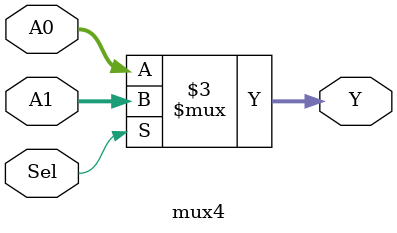
<source format=v>
`timescale 1ns / 1ps


module mux4(
    input [3:0] A0,
    input [3:0] A1,
    input Sel,
    output [3:0] Y
    );

    // using 1 bit multiplexers
//    mux1(.A0(A0[0]), .A1(A1[0]), .Sel(Sel), .Y(Y[0]));
//    mux1(.A0(A0[1]), .A1(A1[1]), .Sel(Sel), .Y(Y[1]));
//    mux1(.A0(A0[2]), .A1(A1[2]), .Sel(Sel), .Y(Y[2]));
//    mux1(.A0(A0[3]), .A1(A1[3]), .Sel(Sel), .Y(Y[3]));

    // use infered mux
    always @(Sel or A0 or A1)
    begin
        case (Sel)
            1'b0: Y = A0;
            default: Y = A1;
        endcase
    end
endmodule

</source>
